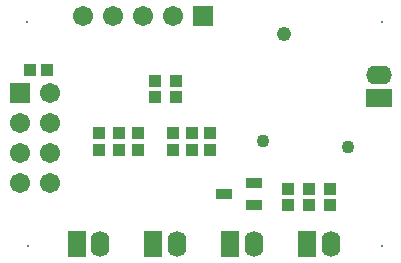
<source format=gbs>
G04 Layer_Color=16711935*
%FSLAX25Y25*%
%MOIN*%
G70*
G01*
G75*
%ADD46R,0.05721X0.03556*%
%ADD48R,0.04343X0.03950*%
%ADD50O,0.06312X0.08674*%
%ADD51R,0.06312X0.08674*%
%ADD52O,0.08674X0.06312*%
%ADD53R,0.08674X0.06312*%
%ADD54R,0.06706X0.06706*%
%ADD55C,0.06706*%
%ADD56R,0.06706X0.06706*%
%ADD57C,0.00800*%
%ADD58C,0.04300*%
%ADD60R,0.03950X0.04343*%
%ADD61C,0.04800*%
D46*
X75157Y27240D02*
D03*
X85000Y23500D02*
D03*
Y30980D02*
D03*
D48*
X103500Y29000D02*
D03*
Y23488D02*
D03*
X110500Y29000D02*
D03*
Y23488D02*
D03*
X96500Y29000D02*
D03*
Y23488D02*
D03*
X64500Y47512D02*
D03*
Y42000D02*
D03*
X58000Y47512D02*
D03*
Y42000D02*
D03*
X46500Y47500D02*
D03*
Y41988D02*
D03*
X70500Y47500D02*
D03*
Y41988D02*
D03*
X40000Y42000D02*
D03*
Y47512D02*
D03*
X52000Y65012D02*
D03*
Y59500D02*
D03*
X33500Y47512D02*
D03*
Y42000D02*
D03*
X59000Y59500D02*
D03*
Y65012D02*
D03*
D50*
X110630Y10630D02*
D03*
X85039D02*
D03*
X59449D02*
D03*
X33858D02*
D03*
D51*
X102756D02*
D03*
X77165D02*
D03*
X51575D02*
D03*
X25984D02*
D03*
D52*
X126772Y66929D02*
D03*
D53*
Y59055D02*
D03*
D54*
X68000Y86500D02*
D03*
D55*
X58000D02*
D03*
X48000D02*
D03*
X38000D02*
D03*
X28000D02*
D03*
X17000Y31000D02*
D03*
X7000D02*
D03*
X17000Y41000D02*
D03*
X7000D02*
D03*
X17000Y51000D02*
D03*
X7000D02*
D03*
X17000Y61000D02*
D03*
D56*
X7000D02*
D03*
D57*
X127953Y9843D02*
D03*
X9843D02*
D03*
X127953Y84646D02*
D03*
X9449D02*
D03*
D58*
X116500Y43000D02*
D03*
X88000Y44740D02*
D03*
D60*
X16012Y68500D02*
D03*
X10500D02*
D03*
D61*
X95000Y80500D02*
D03*
M02*

</source>
